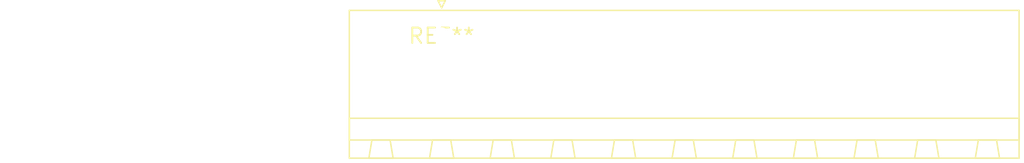
<source format=kicad_pcb>
(kicad_pcb (version 20240108) (generator pcbnew)
  (layers (0 "F.Cu" signal) (31 "B.Cu" signal) (34 "B.Paste" user) (35 "F.Paste" user) (36 "B.SilkS" user "B.Silkscreen") (37 "F.SilkS" user "F.Silkscreen") (38 "B.Mask" user) (39 "F.Mask" user) (44 "Edge.Cuts" user))
  (net 0 "")
  (footprint "PhoenixContact_MSTB_2,5_9-GF_1x09_P5.00mm_Horizontal_ThreadedFlange" (layer "F.Cu") (at 0 0)
    (property "Reference" "REF**")
    (property "Value" "PhoenixContact_MSTB_2,5_9-GF_1x09_P5.00mm_Horizontal_ThreadedFlange")
    (fp_line (start -7.61 -2.11) (end -7.61 10.11) (layer "F.SilkS") (stroke (width 0.12)))
    (fp_line (start -7.61 6.81) (end 47.61 6.81) (layer "F.SilkS") (stroke (width 0.12)))
    (fp_line (start -7.61 8.61) (end -7.61 6.81) (layer "F.SilkS") (stroke (width 0.12)))
    (fp_line (start -7.61 10.11) (end 47.61 10.11) (layer "F.SilkS") (stroke (width 0.12)))
    (fp_line (start -6 10.11) (end -4 10.11) (layer "F.SilkS") (stroke (width 0.12)))
    (fp_line (start -5.75 8.61) (end -6 10.11) (layer "F.SilkS") (stroke (width 0.12)))
    (fp_line (start -4.25 8.61) (end -5.75 8.61) (layer "F.SilkS") (stroke (width 0.12)))
    (fp_line (start -4 10.11) (end -4.25 8.61) (layer "F.SilkS") (stroke (width 0.12)))
    (fp_line (start -1 10.11) (end 1 10.11) (layer "F.SilkS") (stroke (width 0.12)))
    (fp_line (start -0.75 8.61) (end -1 10.11) (layer "F.SilkS") (stroke (width 0.12)))
    (fp_line (start -0.3 -2.91) (end 0.3 -2.91) (layer "F.SilkS") (stroke (width 0.12)))
    (fp_line (start 0 -2.31) (end -0.3 -2.91) (layer "F.SilkS") (stroke (width 0.12)))
    (fp_line (start 0.3 -2.91) (end 0 -2.31) (layer "F.SilkS") (stroke (width 0.12)))
    (fp_line (start 0.75 8.61) (end -0.75 8.61) (layer "F.SilkS") (stroke (width 0.12)))
    (fp_line (start 1 10.11) (end 0.75 8.61) (layer "F.SilkS") (stroke (width 0.12)))
    (fp_line (start 4 10.11) (end 6 10.11) (layer "F.SilkS") (stroke (width 0.12)))
    (fp_line (start 4.25 8.61) (end 4 10.11) (layer "F.SilkS") (stroke (width 0.12)))
    (fp_line (start 5.75 8.61) (end 4.25 8.61) (layer "F.SilkS") (stroke (width 0.12)))
    (fp_line (start 6 10.11) (end 5.75 8.61) (layer "F.SilkS") (stroke (width 0.12)))
    (fp_line (start 9 10.11) (end 11 10.11) (layer "F.SilkS") (stroke (width 0.12)))
    (fp_line (start 9.25 8.61) (end 9 10.11) (layer "F.SilkS") (stroke (width 0.12)))
    (fp_line (start 10.75 8.61) (end 9.25 8.61) (layer "F.SilkS") (stroke (width 0.12)))
    (fp_line (start 11 10.11) (end 10.75 8.61) (layer "F.SilkS") (stroke (width 0.12)))
    (fp_line (start 14 10.11) (end 16 10.11) (layer "F.SilkS") (stroke (width 0.12)))
    (fp_line (start 14.25 8.61) (end 14 10.11) (layer "F.SilkS") (stroke (width 0.12)))
    (fp_line (start 15.75 8.61) (end 14.25 8.61) (layer "F.SilkS") (stroke (width 0.12)))
    (fp_line (start 16 10.11) (end 15.75 8.61) (layer "F.SilkS") (stroke (width 0.12)))
    (fp_line (start 19 10.11) (end 21 10.11) (layer "F.SilkS") (stroke (width 0.12)))
    (fp_line (start 19.25 8.61) (end 19 10.11) (layer "F.SilkS") (stroke (width 0.12)))
    (fp_line (start 20.75 8.61) (end 19.25 8.61) (layer "F.SilkS") (stroke (width 0.12)))
    (fp_line (start 21 10.11) (end 20.75 8.61) (layer "F.SilkS") (stroke (width 0.12)))
    (fp_line (start 24 10.11) (end 26 10.11) (layer "F.SilkS") (stroke (width 0.12)))
    (fp_line (start 24.25 8.61) (end 24 10.11) (layer "F.SilkS") (stroke (width 0.12)))
    (fp_line (start 25.75 8.61) (end 24.25 8.61) (layer "F.SilkS") (stroke (width 0.12)))
    (fp_line (start 26 10.11) (end 25.75 8.61) (layer "F.SilkS") (stroke (width 0.12)))
    (fp_line (start 29 10.11) (end 31 10.11) (layer "F.SilkS") (stroke (width 0.12)))
    (fp_line (start 29.25 8.61) (end 29 10.11) (layer "F.SilkS") (stroke (width 0.12)))
    (fp_line (start 30.75 8.61) (end 29.25 8.61) (layer "F.SilkS") (stroke (width 0.12)))
    (fp_line (start 31 10.11) (end 30.75 8.61) (layer "F.SilkS") (stroke (width 0.12)))
    (fp_line (start 34 10.11) (end 36 10.11) (layer "F.SilkS") (stroke (width 0.12)))
    (fp_line (start 34.25 8.61) (end 34 10.11) (layer "F.SilkS") (stroke (width 0.12)))
    (fp_line (start 35.75 8.61) (end 34.25 8.61) (layer "F.SilkS") (stroke (width 0.12)))
    (fp_line (start 36 10.11) (end 35.75 8.61) (layer "F.SilkS") (stroke (width 0.12)))
    (fp_line (start 39 10.11) (end 41 10.11) (layer "F.SilkS") (stroke (width 0.12)))
    (fp_line (start 39.25 8.61) (end 39 10.11) (layer "F.SilkS") (stroke (width 0.12)))
    (fp_line (start 40.75 8.61) (end 39.25 8.61) (layer "F.SilkS") (stroke (width 0.12)))
    (fp_line (start 41 10.11) (end 40.75 8.61) (layer "F.SilkS") (stroke (width 0.12)))
    (fp_line (start 44 10.11) (end 46 10.11) (layer "F.SilkS") (stroke (width 0.12)))
    (fp_line (start 44.25 8.61) (end 44 10.11) (layer "F.SilkS") (stroke (width 0.12)))
    (fp_line (start 45.75 8.61) (end 44.25 8.61) (layer "F.SilkS") (stroke (width 0.12)))
    (fp_line (start 46 10.11) (end 45.75 8.61) (layer "F.SilkS") (stroke (width 0.12)))
    (fp_line (start 47.61 -2.11) (end -7.61 -2.11) (layer "F.SilkS") (stroke (width 0.12)))
    (fp_line (start 47.61 6.81) (end 47.61 8.61) (layer "F.SilkS") (stroke (width 0.12)))
    (fp_line (start 47.61 8.61) (end -7.61 8.61) (layer "F.SilkS") (stroke (width 0.12)))
    (fp_line (start 47.61 10.11) (end 47.61 -2.11) (layer "F.SilkS") (stroke (width 0.12)))
    (pad "1" thru_hole roundrect (at 0 0) (size 2 3.6) (drill 1.4) (layers *.Cu *.Mask) (remove_unused_layers) (roundrect_rratio 0.125))
    (pad "2" thru_hole oval (at 5 0) (size 2 3.6) (drill 1.4) (layers *.Cu *.Mask) (remove_unused_layers))
    (pad "3" thru_hole oval (at 10 0) (size 2 3.6) (drill 1.4) (layers *.Cu *.Mask) (remove_unused_layers))
    (pad "4" thru_hole oval (at 15 0) (size 2 3.6) (drill 1.4) (layers *.Cu *.Mask) (remove_unused_layers))
    (pad "5" thru_hole oval (at 20 0) (size 2 3.6) (drill 1.4) (layers *.Cu *.Mask) (remove_unused_layers))
    (pad "6" thru_hole oval (at 25 0) (size 2 3.6) (drill 1.4) (layers *.Cu *.Mask) (remove_unused_layers))
    (pad "7" thru_hole oval (at 30 0) (size 2 3.6) (drill 1.4) (layers *.Cu *.Mask) (remove_unused_layers))
    (pad "8" thru_hole oval (at 35 0) (size 2 3.6) (drill 1.4) (layers *.Cu *.Mask) (remove_unused_layers))
    (pad "9" thru_hole oval (at 40 0) (size 2 3.6) (drill 1.4) (layers *.Cu *.Mask) (remove_unused_layers))
  )
)
</source>
